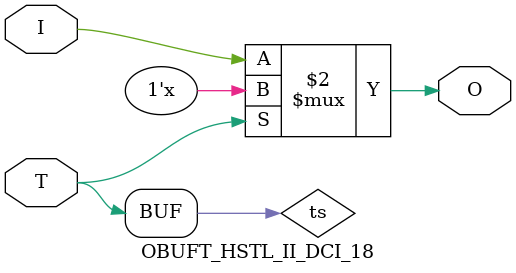
<source format=v>

/*

FUNCTION	: TRI-STATE OUTPUT BUFFER

*/

`celldefine
`timescale  100 ps / 10 ps

module OBUFT_HSTL_II_DCI_18 (O, I, T);

    output O;

    input  I, T;

    or O1 (ts, 1'b0, T);
    bufif0 T1 (O, I, ts);

endmodule

</source>
